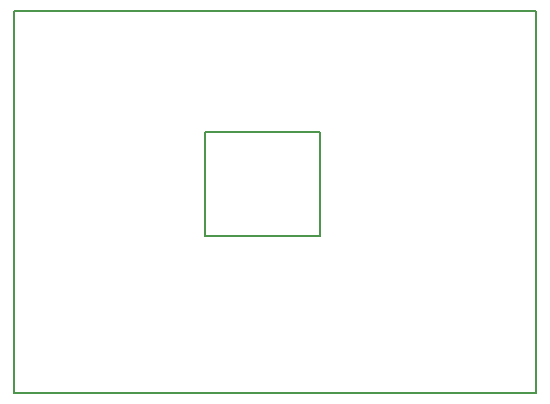
<source format=gbr>
G04 PROTEUS GERBER X2 FILE*
%TF.GenerationSoftware,Labcenter,Proteus,8.5-SP0-Build22067*%
%TF.CreationDate,2018-05-26T17:21:35+00:00*%
%TF.FileFunction,AssemblyDrawing,Bot*%
%TF.FilePolarity,Positive*%
%TF.Part,Single*%
%FSLAX45Y45*%
%MOMM*%
G01*
%TA.AperFunction,Profile*%
%ADD13C,0.203200*%
%TA.AperFunction,Material*%
%ADD17C,0.203200*%
D23*
X+631330Y-1447130D02*
X+933590Y-1447130D01*
X+933590Y-1147410D01*
X+631330Y-1147410D01*
X+631330Y-1447130D01*
D17*
X-488000Y-406160D02*
X+492000Y-406160D01*
X+492000Y+476160D01*
X-488000Y+476160D01*
X-488000Y-406160D01*
D13*
X-2100000Y-1735000D02*
X+2315000Y-1735000D01*
X+2315000Y+1502000D01*
X-2100000Y+1502000D01*
X-2100000Y-1735000D01*
M02*

</source>
